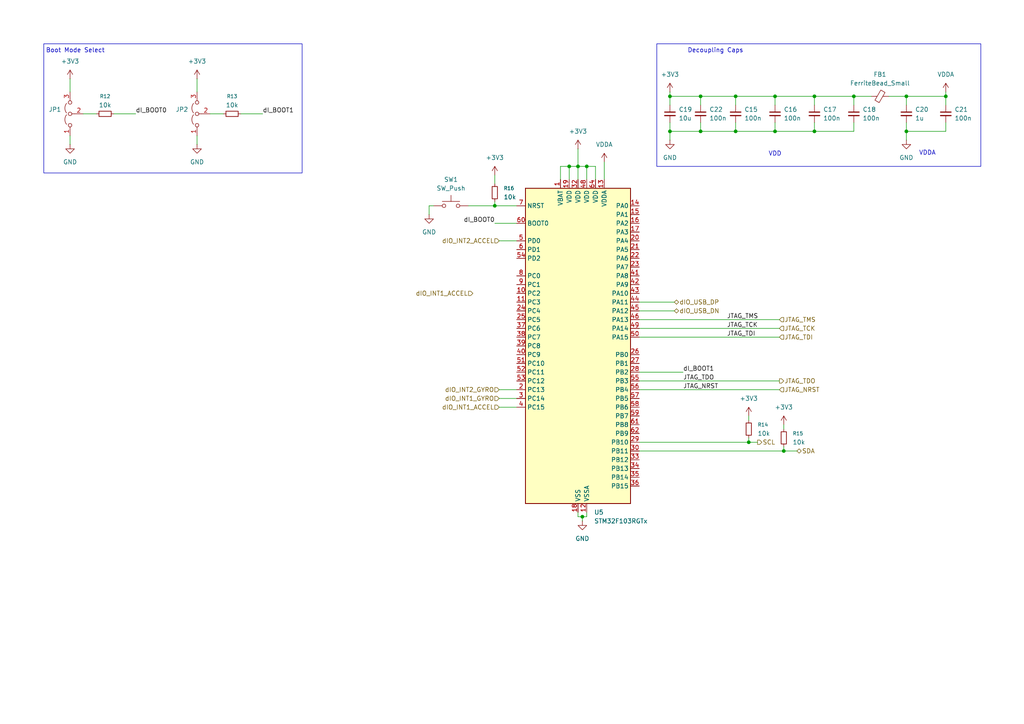
<source format=kicad_sch>
(kicad_sch (version 20250114) (generator "eeschema") (generator_version "9.0")
  (paper "A4")
  (title_block (title "Flight Computer: Microcontroller") (date "2026-01-19") (rev "A0.1") (company "MD"))
  (lib_symbols
    (symbol "Device:C_Small" (pin_numbers (hide yes)) (pin_names (offset 0.254) (hide yes))
      (property "Reference" "C" (at 0.254 1.778 0))
      (property "Value" "C_Small" (at 0.254 -2.032 0))
      (symbol "C_Small_0_1"
        (polyline (pts (xy -1.524 0.508) (xy 1.524 0.508)) (stroke (width 0.3048)))
        (polyline (pts (xy -1.524 -0.508) (xy 1.524 -0.508)) (stroke (width 0.3302)))
      )
      (symbol "C_Small_1_1"
        (pin passive line (at 0 2.54 270) (length 2.032) (name "~") (number "1"))
        (pin passive line (at 0 -2.54 90) (length 2.032) (name "~") (number "2"))
      )
    )
    (symbol "Device:FerriteBead_Small" (pin_numbers (hide yes)) (pin_names (offset 0))
      (property "Reference" "FB" (at 1.905 1.27 0))
      (property "Value" "FerriteBead_Small" (at 1.905 -1.27 0))
      (symbol "FerriteBead_Small_0_1"
        (polyline (pts (xy -1.8288 0.2794) (xy -1.1176 1.4986) (xy 1.8288 -0.2032) (xy 1.1176 -1.4224) (xy -1.8288 0.2794)))
        (polyline (pts (xy 0 0.889) (xy 0 1.2954)))
        (polyline (pts (xy 0 -1.27) (xy 0 -0.7874)))
      )
      (symbol "FerriteBead_Small_1_1"
        (pin passive line (at 0 2.54 270) (length 1.27) (name "~") (number "1"))
        (pin passive line (at 0 -2.54 90) (length 1.27) (name "~") (number "2"))
      )
    )
    (symbol "Device:R_Small" (pin_numbers (hide yes)) (pin_names (offset 0.254) (hide yes))
      (property "Reference" "R" (at 0 0 90))
      (property "Value" "R_Small" (at 1.778 0 90))
      (symbol "R_Small_0_1"
        (rectangle (start -0.762 1.778) (end 0.762 -1.778) (stroke (width 0.2032)))
      )
      (symbol "R_Small_1_1"
        (pin passive line (at 0 2.54 270) (length 0.762) (name "~") (number "1"))
        (pin passive line (at 0 -2.54 90) (length 0.762) (name "~") (number "2"))
      )
    )
    (symbol "Jumper:Jumper_3_Open" (pin_names (offset 0) (hide yes)) (in_bom no)
      (property "Reference" "JP" (at -2.54 -2.54 0))
      (property "Value" "Jumper_3_Open" (at 0 2.794 0))
      (symbol "Jumper_3_Open_0_0"
        (circle (center -3.302 0) (radius 0.508))
        (circle (center 0 0) (radius 0.508))
        (circle (center 3.302 0) (radius 0.508))
      )
      (symbol "Jumper_3_Open_0_1"
        (arc (start -3.048 1.016) (mid -1.651 1.4992) (end -0.254 1.016))
        (polyline (pts (xy 0 -0.508) (xy 0 -1.27)))
        (arc (start 0.254 1.016) (mid 1.651 1.4992) (end 3.048 1.016))
      )
      (symbol "Jumper_3_Open_1_1"
        (pin passive line (at -6.35 0 0) (length 2.54) (name "A") (number "1"))
        (pin passive line (at 0 -3.81 90) (length 2.54) (name "C") (number "2"))
        (pin passive line (at 6.35 0 180) (length 2.54) (name "B") (number "3"))
      )
    )
    (symbol "MCU_ST_STM32F1:STM32F103RGTx"
      (property "Reference" "U" (at -15.24 46.99 0))
      (property "Value" "STM32F103RGTx" (at 10.16 46.99 0))
      (symbol "STM32F103RGTx_0_1"
        (rectangle (start -15.24 -45.72) (end 15.24 45.72) (stroke (width 0.254)) (fill (type background)))
      )
      (symbol "STM32F103RGTx_1_1"
        (pin input line (at -17.78 40.64 0) (length 2.54) (name "NRST") (number "7"))
        (pin input line (at -17.78 35.56 0) (length 2.54) (name "BOOT0") (number "60"))
        (pin bidirectional line (at -17.78 30.48 0) (length 2.54) (name "PD0") (number "5"))
        (pin bidirectional line (at -17.78 27.94 0) (length 2.54) (name "PD1") (number "6"))
        (pin bidirectional line (at -17.78 25.4 0) (length 2.54) (name "PD2") (number "54"))
        (pin bidirectional line (at -17.78 20.32 0) (length 2.54) (name "PC0") (number "8"))
        (pin bidirectional line (at -17.78 17.78 0) (length 2.54) (name "PC1") (number "9"))
        (pin bidirectional line (at -17.78 15.24 0) (length 2.54) (name "PC2") (number "10"))
        (pin bidirectional line (at -17.78 12.7 0) (length 2.54) (name "PC3") (number "11"))
        (pin bidirectional line (at -17.78 10.16 0) (length 2.54) (name "PC4") (number "24"))
        (pin bidirectional line (at -17.78 7.62 0) (length 2.54) (name "PC5") (number "25"))
        (pin bidirectional line (at -17.78 5.08 0) (length 2.54) (name "PC6") (number "37"))
        (pin bidirectional line (at -17.78 2.54 0) (length 2.54) (name "PC7") (number "38"))
        (pin bidirectional line (at -17.78 0 0) (length 2.54) (name "PC8") (number "39"))
        (pin bidirectional line (at -17.78 -2.54 0) (length 2.54) (name "PC9") (number "40"))
        (pin bidirectional line (at -17.78 -5.08 0) (length 2.54) (name "PC10") (number "51"))
        (pin bidirectional line (at -17.78 -7.62 0) (length 2.54) (name "PC11") (number "52"))
        (pin bidirectional line (at -17.78 -10.16 0) (length 2.54) (name "PC12") (number "53"))
        (pin bidirectional line (at -17.78 -12.7 0) (length 2.54) (name "PC13") (number "2"))
        (pin bidirectional line (at -17.78 -15.24 0) (length 2.54) (name "PC14") (number "3"))
        (pin bidirectional line (at -17.78 -17.78 0) (length 2.54) (name "PC15") (number "4"))
        (pin power_in line (at -5.08 48.26 270) (length 2.54) (name "VBAT") (number "1"))
        (pin power_in line (at -2.54 48.26 270) (length 2.54) (name "VDD") (number "19"))
        (pin power_in line (at 0 48.26 270) (length 2.54) (name "VDD") (number "32"))
        (pin power_in line (at 0 -48.26 90) (length 2.54) (name "VSS") (number "18"))
        (pin passive line (at 0 -48.26 90) (length 2.54) (hide yes) (name "VSS") (number "31"))
        (pin passive line (at 0 -48.26 90) (length 2.54) (hide yes) (name "VSS") (number "47"))
        (pin passive line (at 0 -48.26 90) (length 2.54) (hide yes) (name "VSS") (number "63"))
        (pin power_in line (at 2.54 48.26 270) (length 2.54) (name "VDD") (number "48"))
        (pin power_in line (at 2.54 -48.26 90) (length 2.54) (name "VSSA") (number "12"))
        (pin power_in line (at 5.08 48.26 270) (length 2.54) (name "VDD") (number "64"))
        (pin power_in line (at 7.62 48.26 270) (length 2.54) (name "VDDA") (number "13"))
        (pin bidirectional line (at 17.78 40.64 180) (length 2.54) (name "PA0") (number "14"))
        (pin bidirectional line (at 17.78 38.1 180) (length 2.54) (name "PA1") (number "15"))
        (pin bidirectional line (at 17.78 35.56 180) (length 2.54) (name "PA2") (number "16"))
        (pin bidirectional line (at 17.78 33.02 180) (length 2.54) (name "PA3") (number "17"))
        (pin bidirectional line (at 17.78 30.48 180) (length 2.54) (name "PA4") (number "20"))
        (pin bidirectional line (at 17.78 27.94 180) (length 2.54) (name "PA5") (number "21"))
        (pin bidirectional line (at 17.78 25.4 180) (length 2.54) (name "PA6") (number "22"))
        (pin bidirectional line (at 17.78 22.86 180) (length 2.54) (name "PA7") (number "23"))
        (pin bidirectional line (at 17.78 20.32 180) (length 2.54) (name "PA8") (number "41"))
        (pin bidirectional line (at 17.78 17.78 180) (length 2.54) (name "PA9") (number "42"))
        (pin bidirectional line (at 17.78 15.24 180) (length 2.54) (name "PA10") (number "43"))
        (pin bidirectional line (at 17.78 12.7 180) (length 2.54) (name "PA11") (number "44"))
        (pin bidirectional line (at 17.78 10.16 180) (length 2.54) (name "PA12") (number "45"))
        (pin bidirectional line (at 17.78 7.62 180) (length 2.54) (name "PA13") (number "46"))
        (pin bidirectional line (at 17.78 5.08 180) (length 2.54) (name "PA14") (number "49"))
        (pin bidirectional line (at 17.78 2.54 180) (length 2.54) (name "PA15") (number "50"))
        (pin bidirectional line (at 17.78 -2.54 180) (length 2.54) (name "PB0") (number "26"))
        (pin bidirectional line (at 17.78 -5.08 180) (length 2.54) (name "PB1") (number "27"))
        (pin bidirectional line (at 17.78 -7.62 180) (length 2.54) (name "PB2") (number "28"))
        (pin bidirectional line (at 17.78 -10.16 180) (length 2.54) (name "PB3") (number "55"))
        (pin bidirectional line (at 17.78 -12.7 180) (length 2.54) (name "PB4") (number "56"))
        (pin bidirectional line (at 17.78 -15.24 180) (length 2.54) (name "PB5") (number "57"))
        (pin bidirectional line (at 17.78 -17.78 180) (length 2.54) (name "PB6") (number "58"))
        (pin bidirectional line (at 17.78 -20.32 180) (length 2.54) (name "PB7") (number "59"))
        (pin bidirectional line (at 17.78 -22.86 180) (length 2.54) (name "PB8") (number "61"))
        (pin bidirectional line (at 17.78 -25.4 180) (length 2.54) (name "PB9") (number "62"))
        (pin bidirectional line (at 17.78 -27.94 180) (length 2.54) (name "PB10") (number "29"))
        (pin bidirectional line (at 17.78 -30.48 180) (length 2.54) (name "PB11") (number "30"))
        (pin bidirectional line (at 17.78 -33.02 180) (length 2.54) (name "PB12") (number "33"))
        (pin bidirectional line (at 17.78 -35.56 180) (length 2.54) (name "PB13") (number "34"))
        (pin bidirectional line (at 17.78 -38.1 180) (length 2.54) (name "PB14") (number "35"))
        (pin bidirectional line (at 17.78 -40.64 180) (length 2.54) (name "PB15") (number "36"))
      )
    )
    (symbol "Switch:SW_Push" (pin_numbers (hide yes)) (pin_names (offset 1.016) (hide yes))
      (property "Reference" "SW" (at 1.27 2.54 0))
      (property "Value" "SW_Push" (at 0 -1.524 0))
      (symbol "SW_Push_0_1"
        (circle (center -2.032 0) (radius 0.508))
        (polyline (pts (xy 0 1.27) (xy 0 3.048)))
        (circle (center 2.032 0) (radius 0.508))
        (polyline (pts (xy 2.54 1.27) (xy -2.54 1.27)))
        (pin passive line (at -5.08 0 0) (length 2.54) (name "1") (number "1"))
        (pin passive line (at 5.08 0 180) (length 2.54) (name "2") (number "2"))
      )
    )
    (symbol "power:+3V3" (power) (pin_numbers (hide yes)) (pin_names (offset 0) (hide yes))
      (property "Value" "+3V3" (at 0 3.556 0))
      (symbol "+3V3_0_1"
        (polyline (pts (xy -0.762 1.27) (xy 0 2.54)))
        (polyline (pts (xy 0 2.54) (xy 0.762 1.27)))
        (polyline (pts (xy 0 0) (xy 0 2.54)))
      )
      (symbol "+3V3_1_1"
        (pin power_in line (at 0 0 90) (length 0) (name "~") (number "1"))
      )
    )
    (symbol "power:GND" (power) (pin_numbers (hide yes)) (pin_names (offset 0) (hide yes))
      (property "Value" "GND" (at 0 -3.81 0))
      (symbol "GND_0_1"
        (polyline (pts (xy 0 0) (xy 0 -1.27) (xy 1.27 -1.27) (xy 0 -2.54) (xy -1.27 -1.27) (xy 0 -1.27)))
      )
      (symbol "GND_1_1"
        (pin power_in line (at 0 0 270) (length 0) (name "~") (number "1"))
      )
    )
    (symbol "power:VDDA" (power) (pin_numbers (hide yes)) (pin_names (offset 0) (hide yes))
      (property "Value" "VDDA" (at 0 3.556 0))
      (symbol "VDDA_0_1"
        (polyline (pts (xy -0.762 1.27) (xy 0 2.54)))
        (polyline (pts (xy 0 2.54) (xy 0.762 1.27)))
        (polyline (pts (xy 0 0) (xy 0 2.54)))
      )
      (symbol "VDDA_1_1"
        (pin power_in line (at 0 0 90) (length 0) (name "~") (number "1"))
      )
    )
  )
  (rectangle (start 12.7 12.7) (end 87.63 50.165))
  (rectangle (start 190.5 12.7) (end 284.48 48.26))
  (text "Decoupling Caps\n" (at 207.518 14.732 0) (effects (font (size 1.27 1.27))))
  (text "VDD\n" (at 224.79 44.704 0) (effects (font (size 1.27 1.27))))
  (text "Boot Mode Select\n" (at 21.844 14.732 0) (effects (font (size 1.27 1.27))))
  (text "VDDA\n" (at 268.986 44.45 0) (effects (font (size 1.27 1.27))))
  (junction (at 262.89 38.1))
  (junction (at 165.1 48.26))
  (junction (at 203.2 27.94))
  (junction (at 194.31 27.94))
  (junction (at 213.36 27.94))
  (junction (at 224.79 38.1))
  (junction (at 236.22 38.1))
  (junction (at 217.17 128.27))
  (junction (at 143.51 59.69))
  (junction (at 224.79 27.94))
  (junction (at 170.18 48.26))
  (junction (at 247.65 27.94))
  (junction (at 213.36 38.1))
  (junction (at 227.33 130.81))
  (junction (at 167.64 48.26))
  (junction (at 236.22 27.94))
  (junction (at 262.89 27.94))
  (junction (at 274.32 27.94))
  (junction (at 168.91 149.86))
  (junction (at 203.2 38.1))
  (junction (at 194.31 38.1))
  (wire (pts (xy 185.42 113.03) (xy 226.06 113.03)))
  (wire (pts (xy 274.32 35.56) (xy 274.32 38.1)))
  (wire (pts (xy 194.31 38.1) (xy 194.31 40.64)))
  (wire (pts (xy 194.31 27.94) (xy 203.2 27.94)))
  (wire (pts (xy 144.78 118.11) (xy 149.86 118.11)))
  (wire (pts (xy 262.89 35.56) (xy 262.89 38.1)))
  (wire (pts (xy 194.31 35.56) (xy 194.31 38.1)))
  (wire (pts (xy 165.1 48.26) (xy 162.56 48.26)))
  (wire (pts (xy 170.18 148.59) (xy 170.18 149.86)))
  (wire (pts (xy 170.18 149.86) (xy 168.91 149.86)))
  (wire (pts (xy 203.2 38.1) (xy 213.36 38.1)))
  (wire (pts (xy 203.2 27.94) (xy 213.36 27.94)))
  (wire (pts (xy 167.64 148.59) (xy 167.64 149.86)))
  (wire (pts (xy 224.79 35.56) (xy 224.79 38.1)))
  (wire (pts (xy 247.65 30.48) (xy 247.65 27.94)))
  (wire (pts (xy 185.42 87.63) (xy 195.58 87.63)))
  (wire (pts (xy 185.42 130.81) (xy 227.33 130.81)))
  (wire (pts (xy 165.1 52.07) (xy 165.1 48.26)))
  (wire (pts (xy 185.42 95.25) (xy 226.06 95.25)))
  (wire (pts (xy 262.89 38.1) (xy 262.89 40.64)))
  (wire (pts (xy 224.79 27.94) (xy 236.22 27.94)))
  (wire (pts (xy 194.31 27.94) (xy 194.31 30.48)))
  (wire (pts (xy 236.22 38.1) (xy 224.79 38.1)))
  (wire (pts (xy 247.65 35.56) (xy 247.65 38.1)))
  (wire (pts (xy 172.72 52.07) (xy 172.72 48.26)))
  (wire (pts (xy 124.46 59.69) (xy 125.73 59.69)))
  (wire (pts (xy 185.42 128.27) (xy 217.17 128.27)))
  (wire (pts (xy 143.51 58.42) (xy 143.51 59.69)))
  (wire (pts (xy 217.17 128.27) (xy 219.71 128.27)))
  (wire (pts (xy 224.79 30.48) (xy 224.79 27.94)))
  (wire (pts (xy 167.64 48.26) (xy 170.18 48.26)))
  (wire (pts (xy 33.02 33.02) (xy 39.37 33.02)))
  (wire (pts (xy 135.89 59.69) (xy 143.51 59.69)))
  (wire (pts (xy 144.78 115.57) (xy 149.86 115.57)))
  (wire (pts (xy 168.91 149.86) (xy 168.91 151.13)))
  (wire (pts (xy 213.36 35.56) (xy 213.36 38.1)))
  (wire (pts (xy 224.79 38.1) (xy 213.36 38.1)))
  (wire (pts (xy 217.17 120.65) (xy 217.17 121.92)))
  (wire (pts (xy 167.64 149.86) (xy 168.91 149.86)))
  (wire (pts (xy 198.12 107.95) (xy 185.42 107.95)))
  (wire (pts (xy 144.78 69.85) (xy 149.86 69.85)))
  (wire (pts (xy 227.33 123.19) (xy 227.33 124.46)))
  (wire (pts (xy 185.42 92.71) (xy 226.06 92.71)))
  (wire (pts (xy 236.22 35.56) (xy 236.22 38.1)))
  (wire (pts (xy 170.18 52.07) (xy 170.18 48.26)))
  (wire (pts (xy 24.13 33.02) (xy 27.94 33.02)))
  (wire (pts (xy 143.51 50.8) (xy 143.51 53.34)))
  (wire (pts (xy 194.31 38.1) (xy 203.2 38.1)))
  (wire (pts (xy 213.36 27.94) (xy 224.79 27.94)))
  (wire (pts (xy 20.32 22.86) (xy 20.32 26.67)))
  (wire (pts (xy 247.65 38.1) (xy 236.22 38.1)))
  (wire (pts (xy 194.31 26.67) (xy 194.31 27.94)))
  (wire (pts (xy 274.32 26.67) (xy 274.32 27.94)))
  (wire (pts (xy 162.56 48.26) (xy 162.56 52.07)))
  (wire (pts (xy 236.22 27.94) (xy 236.22 30.48)))
  (wire (pts (xy 167.64 48.26) (xy 165.1 48.26)))
  (wire (pts (xy 57.15 22.86) (xy 57.15 26.67)))
  (wire (pts (xy 227.33 129.54) (xy 227.33 130.81)))
  (wire (pts (xy 143.51 64.77) (xy 149.86 64.77)))
  (wire (pts (xy 203.2 35.56) (xy 203.2 38.1)))
  (wire (pts (xy 172.72 48.26) (xy 170.18 48.26)))
  (wire (pts (xy 262.89 38.1) (xy 274.32 38.1)))
  (wire (pts (xy 69.85 33.02) (xy 76.2 33.02)))
  (wire (pts (xy 257.81 27.94) (xy 262.89 27.94)))
  (wire (pts (xy 185.42 97.79) (xy 226.06 97.79)))
  (wire (pts (xy 217.17 127) (xy 217.17 128.27)))
  (wire (pts (xy 149.86 59.69) (xy 143.51 59.69)))
  (wire (pts (xy 227.33 130.81) (xy 231.14 130.81)))
  (wire (pts (xy 20.32 39.37) (xy 20.32 41.91)))
  (wire (pts (xy 213.36 27.94) (xy 213.36 30.48)))
  (wire (pts (xy 236.22 27.94) (xy 247.65 27.94)))
  (wire (pts (xy 167.64 52.07) (xy 167.64 48.26)))
  (wire (pts (xy 167.64 43.18) (xy 167.64 48.26)))
  (wire (pts (xy 175.26 46.99) (xy 175.26 52.07)))
  (wire (pts (xy 144.78 113.03) (xy 149.86 113.03)))
  (wire (pts (xy 185.42 90.17) (xy 195.58 90.17)))
  (wire (pts (xy 124.46 62.23) (xy 124.46 59.69)))
  (wire (pts (xy 185.42 110.49) (xy 226.06 110.49)))
  (wire (pts (xy 57.15 39.37) (xy 57.15 41.91)))
  (wire (pts (xy 262.89 27.94) (xy 262.89 30.48)))
  (wire (pts (xy 262.89 27.94) (xy 274.32 27.94)))
  (wire (pts (xy 60.96 33.02) (xy 64.77 33.02)))
  (wire (pts (xy 247.65 27.94) (xy 252.73 27.94)))
  (wire (pts (xy 274.32 27.94) (xy 274.32 30.48)))
  (wire (pts (xy 203.2 27.94) (xy 203.2 30.48)))
  (label "JTAG_TDO" (at 198.12 110.49 0))
  (label "dI_BOOT0" (at 39.37 33.02 0))
  (label "JTAG_TCK" (at 210.82 95.25 0))
  (label "dI_BOOT0" (at 143.51 64.77 180))
  (label "JTAG_NRST" (at 198.12 113.03 0))
  (label "JTAG_TDI" (at 210.82 97.79 0))
  (label "dI_BOOT1" (at 76.2 33.02 0))
  (label "dI_BOOT1" (at 198.12 107.95 0))
  (label "JTAG_TMS" (at 210.82 92.71 0))
  (hierarchical_label "dIO_USB_DN" (shape bidirectional) (at 195.58 90.17 0))
  (hierarchical_label "SDA" (shape bidirectional) (at 231.14 130.81 0))
  (hierarchical_label "dIO_INT1_ACCEL" (shape input) (at 144.78 118.11 180))
  (hierarchical_label "dIO_INT2_GYRO" (shape input) (at 144.78 113.03 180))
  (hierarchical_label "SCL" (shape output) (at 219.71 128.27 0))
  (hierarchical_label "JTAG_TDO" (shape output) (at 226.06 110.49 0))
  (hierarchical_label "JTAG_TCK" (shape input) (at 226.06 95.25 0))
  (hierarchical_label "JTAG_TMS" (shape input) (at 226.06 92.71 0))
  (hierarchical_label "dIO_INT1_ACCEL" (shape input) (at 137.16 85.09 180))
  (hierarchical_label "dIO_INT2_ACCEL" (shape input) (at 144.78 69.85 180))
  (hierarchical_label "dIO_INT1_GYRO" (shape input) (at 144.78 115.57 180))
  (hierarchical_label "dIO_USB_DP" (shape bidirectional) (at 195.58 87.63 0))
  (hierarchical_label "JTAG_NRST" (shape input) (at 226.06 113.03 0))
  (hierarchical_label "JTAG_TDI" (shape input) (at 226.06 97.79 0))
  (symbol (lib_id "power:VDDA") (at 274.32 26.67 0) (unit 1)
    (property "Reference" "#PWR036" (effects (hide yes)))
    (property "Value" "VDDA" (at 274.32 21.59 0))
    (property "Description" "Power symbol creates a global label with name \"VDDA\"" (effects (hide yes)))
  )
  (symbol (lib_id "Device:C_Small") (at 236.22 33.02 0) (unit 1)
    (property "Reference" "C17" (at 238.76 31.7562 0) (effects (justify left)))
    (property "Value" "100n" (at 238.76 34.2962 0) (effects (justify left)))
    (property "Footprint" "Capacitor_SMD:C_0603_1608Metric_Pad1.08x0.95mm_HandSolder" (effects (hide yes)))
    (property "Description" "Unpolarized capacitor, small symbol" (effects (hide yes)))
  )
  (symbol (lib_id "Device:R_Small") (at 227.33 127 180) (unit 1)
    (property "Reference" "R15" (at 229.87 125.7299 0) (effects (font (size 1.016 1.016)) (justify right)))
    (property "Value" "10k" (at 229.87 128.2699 0) (effects (justify right)))
    (property "Footprint" "Resistor_SMD:R_0603_1608Metric_Pad0.98x0.95mm_HandSolder" (effects (hide yes)))
    (property "Description" "Resistor, small symbol" (effects (hide yes)))
  )
  (symbol (lib_id "Device:C_Small") (at 247.65 33.02 0) (unit 1)
    (property "Reference" "C18" (at 250.19 31.7562 0) (effects (justify left)))
    (property "Value" "100n" (at 250.19 34.2962 0) (effects (justify left)))
    (property "Footprint" "Capacitor_SMD:C_0603_1608Metric_Pad1.08x0.95mm_HandSolder" (effects (hide yes)))
    (property "Description" "Unpolarized capacitor, small symbol" (effects (hide yes)))
  )
  (symbol (lib_id "Jumper:Jumper_3_Open") (at 20.32 33.02 90) (unit 1) (in_bom no)
    (property "Reference" "JP1" (at 17.78 31.7499 90) (effects (justify left)))
    (property "Value" "Jumper_3_Open" (effects (hide yes)))
    (property "Description" "Jumper, 3-pole, both open" (effects (hide yes)))
  )
  (symbol (lib_id "Switch:SW_Push") (at 130.81 59.69 0) (unit 1)
    (property "Reference" "SW1" (at 130.81 52.07 0))
    (property "Value" "SW_Push" (at 130.81 54.61 0))
    (property "Description" "Push button switch, generic, two pins" (effects (hide yes)))
  )
  (symbol (lib_id "Device:FerriteBead_Small") (at 255.27 27.94 90) (unit 1)
    (property "Reference" "FB1" (at 255.2319 21.59 90))
    (property "Value" "FerriteBead_Small" (at 255.2319 24.13 90))
    (property "Description" "Ferrite bead, small symbol" (effects (hide yes)))
  )
  (symbol (lib_id "Device:C_Small") (at 262.89 33.02 0) (unit 1)
    (property "Reference" "C20" (at 265.43 31.7562 0) (effects (justify left)))
    (property "Value" "1u" (at 265.43 34.2962 0) (effects (justify left)))
    (property "Footprint" "Capacitor_SMD:C_0603_1608Metric_Pad1.08x0.95mm_HandSolder" (effects (hide yes)))
    (property "Description" "Unpolarized capacitor, small symbol" (effects (hide yes)))
  )
  (symbol (lib_id "Device:C_Small") (at 213.36 33.02 0) (unit 1)
    (property "Reference" "C15" (at 215.9 31.7562 0) (effects (justify left)))
    (property "Value" "100n" (at 215.9 34.2962 0) (effects (justify left)))
    (property "Footprint" "Capacitor_SMD:C_0603_1608Metric_Pad1.08x0.95mm_HandSolder" (effects (hide yes)))
    (property "Description" "Unpolarized capacitor, small symbol" (effects (hide yes)))
  )
  (symbol (lib_id "power:+3V3") (at 20.32 22.86 0) (unit 1)
    (property "Reference" "#PWR038" (effects (hide yes)))
    (property "Value" "+3V3" (at 20.32 17.78 0))
    (property "Description" "Power symbol creates a global label with name \"+3V3\"" (effects (hide yes)))
  )
  (symbol (lib_id "power:GND") (at 262.89 40.64 0) (unit 1)
    (property "Reference" "#PWR037" (effects (hide yes)))
    (property "Value" "GND" (at 262.89 45.72 0))
    (property "Description" "Power symbol creates a global label with name \"GND\" , ground" (effects (hide yes)))
  )
  (symbol (lib_id "power:+3V3") (at 57.15 22.86 0) (unit 1)
    (property "Reference" "#PWR040" (effects (hide yes)))
    (property "Value" "+3V3" (at 57.15 17.78 0))
    (property "Description" "Power symbol creates a global label with name \"+3V3\"" (effects (hide yes)))
  )
  (symbol (lib_id "Device:C_Small") (at 224.79 33.02 0) (unit 1)
    (property "Reference" "C16" (at 227.33 31.7562 0) (effects (justify left)))
    (property "Value" "100n" (at 227.33 34.2962 0) (effects (justify left)))
    (property "Footprint" "Capacitor_SMD:C_0603_1608Metric_Pad1.08x0.95mm_HandSolder" (effects (hide yes)))
    (property "Description" "Unpolarized capacitor, small symbol" (effects (hide yes)))
  )
  (symbol (lib_id "power:+3V3") (at 167.64 43.18 0) (unit 1)
    (property "Reference" "#PWR032" (effects (hide yes)))
    (property "Value" "+3V3" (at 167.64 38.1 0))
    (property "Description" "Power symbol creates a global label with name \"+3V3\"" (effects (hide yes)))
  )
  (symbol (lib_id "power:+3V3") (at 194.31 26.67 0) (unit 1)
    (property "Reference" "#PWR034" (effects (hide yes)))
    (property "Value" "+3V3" (at 194.31 21.59 0))
    (property "Description" "Power symbol creates a global label with name \"+3V3\"" (effects (hide yes)))
  )
  (symbol (lib_id "power:+3V3") (at 227.33 123.19 0) (unit 1)
    (property "Reference" "#PWR042" (effects (hide yes)))
    (property "Value" "+3V3" (at 227.33 118.11 0))
    (property "Description" "Power symbol creates a global label with name \"+3V3\"" (effects (hide yes)))
  )
  (symbol (lib_id "Jumper:Jumper_3_Open") (at 57.15 33.02 90) (unit 1) (in_bom no)
    (property "Reference" "JP2" (at 54.61 31.7499 90) (effects (justify left)))
    (property "Value" "Jumper_3_Open" (effects (hide yes)))
    (property "Description" "Jumper, 3-pole, both open" (effects (hide yes)))
  )
  (symbol (lib_id "power:GND") (at 20.32 41.91 0) (unit 1)
    (property "Reference" "#PWR039" (effects (hide yes)))
    (property "Value" "GND" (at 20.32 46.99 0))
    (property "Description" "Power symbol creates a global label with name \"GND\" , ground" (effects (hide yes)))
  )
  (symbol (lib_id "Device:R_Small") (at 143.51 55.88 180) (unit 1)
    (property "Reference" "R16" (at 146.05 54.6099 0) (effects (font (size 1.016 1.016)) (justify right)))
    (property "Value" "10k" (at 146.05 57.1499 0) (effects (justify right)))
    (property "Footprint" "Resistor_SMD:R_0603_1608Metric_Pad0.98x0.95mm_HandSolder" (effects (hide yes)))
    (property "Description" "Resistor, small symbol" (effects (hide yes)))
  )
  (symbol (lib_id "power:+3V3") (at 143.51 50.8 0) (unit 1)
    (property "Reference" "#PWR047" (effects (hide yes)))
    (property "Value" "+3V3" (at 143.51 45.72 0))
    (property "Description" "Power symbol creates a global label with name \"+3V3\"" (effects (hide yes)))
  )
  (symbol (lib_id "Device:C_Small") (at 194.31 33.02 0) (unit 1)
    (property "Reference" "C19" (at 196.85 31.7562 0) (effects (justify left)))
    (property "Value" "10u" (at 196.85 34.2962 0) (effects (justify left)))
    (property "Footprint" "Capacitor_SMD:C_0603_1608Metric_Pad1.08x0.95mm_HandSolder" (effects (hide yes)))
    (property "Description" "Unpolarized capacitor, small symbol" (effects (hide yes)))
  )
  (symbol (lib_id "power:+3V3") (at 217.17 120.65 0) (unit 1)
    (property "Reference" "#PWR043" (effects (hide yes)))
    (property "Value" "+3V3" (at 217.17 115.57 0))
    (property "Description" "Power symbol creates a global label with name \"+3V3\"" (effects (hide yes)))
  )
  (symbol (lib_id "power:GND") (at 57.15 41.91 0) (unit 1)
    (property "Reference" "#PWR041" (effects (hide yes)))
    (property "Value" "GND" (at 57.15 46.99 0))
    (property "Description" "Power symbol creates a global label with name \"GND\" , ground" (effects (hide yes)))
  )
  (symbol (lib_id "power:GND") (at 124.46 62.23 0) (unit 1)
    (property "Reference" "#PWR048" (effects (hide yes)))
    (property "Value" "GND" (at 124.46 67.31 0))
    (property "Description" "Power symbol creates a global label with name \"GND\" , ground" (effects (hide yes)))
  )
  (symbol (lib_id "Device:C_Small") (at 203.2 33.02 0) (unit 1)
    (property "Reference" "C22" (at 205.74 31.7562 0) (effects (justify left)))
    (property "Value" "100n" (at 205.74 34.2962 0) (effects (justify left)))
    (property "Footprint" "Capacitor_SMD:C_0603_1608Metric_Pad1.08x0.95mm_HandSolder" (effects (hide yes)))
    (property "Description" "Unpolarized capacitor, small symbol" (effects (hide yes)))
  )
  (symbol (lib_id "Device:R_Small") (at 217.17 124.46 180) (unit 1)
    (property "Reference" "R14" (at 219.71 123.1899 0) (effects (font (size 1.016 1.016)) (justify right)))
    (property "Value" "10k" (at 219.71 125.7299 0) (effects (justify right)))
    (property "Footprint" "Resistor_SMD:R_0603_1608Metric_Pad0.98x0.95mm_HandSolder" (effects (hide yes)))
    (property "Description" "Resistor, small symbol" (effects (hide yes)))
  )
  (symbol (lib_id "power:VDDA") (at 175.26 46.99 0) (unit 1)
    (property "Reference" "#PWR046" (effects (hide yes)))
    (property "Value" "VDDA" (at 175.26 41.91 0))
    (property "Description" "Power symbol creates a global label with name \"VDDA\"" (effects (hide yes)))
  )
  (symbol (lib_id "power:GND") (at 194.31 40.64 0) (unit 1)
    (property "Reference" "#PWR035" (effects (hide yes)))
    (property "Value" "GND" (at 194.31 45.72 0))
    (property "Description" "Power symbol creates a global label with name \"GND\" , ground" (effects (hide yes)))
  )
  (symbol (lib_id "power:GND") (at 168.91 151.13 0) (unit 1)
    (property "Reference" "#PWR033" (effects (hide yes)))
    (property "Value" "GND" (at 168.91 156.21 0))
    (property "Description" "Power symbol creates a global label with name \"GND\" , ground" (effects (hide yes)))
  )
  (symbol (lib_id "Device:R_Small") (at 67.31 33.02 90) (unit 1)
    (property "Reference" "R13" (at 67.31 27.94 90) (effects (font (size 1.016 1.016))))
    (property "Value" "10k" (at 67.31 30.48 90))
    (property "Footprint" "Resistor_SMD:R_0603_1608Metric_Pad0.98x0.95mm_HandSolder" (effects (hide yes)))
    (property "Description" "Resistor, small symbol" (effects (hide yes)))
  )
  (symbol (lib_id "MCU_ST_STM32F1:STM32F103RGTx") (at 167.64 100.33 0) (unit 1)
    (property "Reference" "U5" (at 172.3233 148.59 0) (effects (justify left)))
    (property "Value" "STM32F103RGTx" (at 172.3233 151.13 0) (effects (justify left)))
    (property "Footprint" "Package_QFP:LQFP-64_10x10mm_P0.5mm" (effects (hide yes)))
    (property "Datasheet" "https://www.st.com/resource/en/datasheet/stm32f103rg.pdf" (effects (hide yes)))
    (property "Description" "STMicroelectronics Arm Cortex-M3 MCU, 1024KB flash, 96KB RAM, 72 MHz, 2.0-3.6V, 51 GPIO, LQFP64" (effects (hide yes)))
  )
  (symbol (lib_id "Device:C_Small") (at 274.32 33.02 0) (unit 1)
    (property "Reference" "C21" (at 276.86 31.7562 0) (effects (justify left)))
    (property "Value" "100n" (at 276.86 34.2962 0) (effects (justify left)))
    (property "Footprint" "Capacitor_SMD:C_0603_1608Metric_Pad1.08x0.95mm_HandSolder" (effects (hide yes)))
    (property "Description" "Unpolarized capacitor, small symbol" (effects (hide yes)))
  )
  (symbol (lib_id "Device:R_Small") (at 30.48 33.02 90) (unit 1)
    (property "Reference" "R12" (at 30.48 27.94 90) (effects (font (size 1.016 1.016))))
    (property "Value" "10k" (at 30.48 30.48 90))
    (property "Footprint" "Resistor_SMD:R_0603_1608Metric_Pad0.98x0.95mm_HandSolder" (effects (hide yes)))
    (property "Description" "Resistor, small symbol" (effects (hide yes)))
  )
)
</source>
